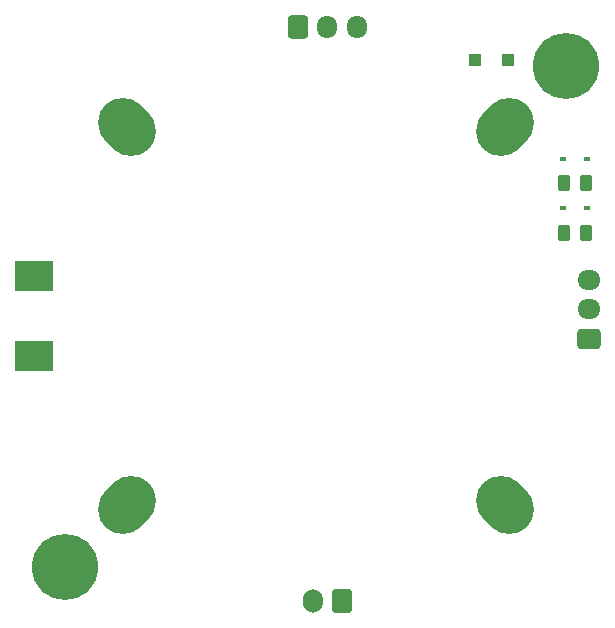
<source format=gbr>
%TF.GenerationSoftware,KiCad,Pcbnew,7.0.8*%
%TF.CreationDate,2023-11-11T22:57:12+01:00*%
%TF.ProjectId,Roborock-CPAP,526f626f-726f-4636-9b2d-435041502e6b,rev?*%
%TF.SameCoordinates,Original*%
%TF.FileFunction,Soldermask,Top*%
%TF.FilePolarity,Negative*%
%FSLAX46Y46*%
G04 Gerber Fmt 4.6, Leading zero omitted, Abs format (unit mm)*
G04 Created by KiCad (PCBNEW 7.0.8) date 2023-11-11 22:57:12*
%MOMM*%
%LPD*%
G01*
G04 APERTURE LIST*
G04 Aperture macros list*
%AMRoundRect*
0 Rectangle with rounded corners*
0 $1 Rounding radius*
0 $2 $3 $4 $5 $6 $7 $8 $9 X,Y pos of 4 corners*
0 Add a 4 corners polygon primitive as box body*
4,1,4,$2,$3,$4,$5,$6,$7,$8,$9,$2,$3,0*
0 Add four circle primitives for the rounded corners*
1,1,$1+$1,$2,$3*
1,1,$1+$1,$4,$5*
1,1,$1+$1,$6,$7*
1,1,$1+$1,$8,$9*
0 Add four rect primitives between the rounded corners*
20,1,$1+$1,$2,$3,$4,$5,0*
20,1,$1+$1,$4,$5,$6,$7,0*
20,1,$1+$1,$6,$7,$8,$9,0*
20,1,$1+$1,$8,$9,$2,$3,0*%
%AMHorizOval*
0 Thick line with rounded ends*
0 $1 width*
0 $2 $3 position (X,Y) of the first rounded end (center of the circle)*
0 $4 $5 position (X,Y) of the second rounded end (center of the circle)*
0 Add line between two ends*
20,1,$1,$2,$3,$4,$5,0*
0 Add two circle primitives to create the rounded ends*
1,1,$1,$2,$3*
1,1,$1,$4,$5*%
G04 Aperture macros list end*
%ADD10R,0.600000X0.450000*%
%ADD11RoundRect,0.250000X0.262500X0.450000X-0.262500X0.450000X-0.262500X-0.450000X0.262500X-0.450000X0*%
%ADD12R,1.100000X1.100000*%
%ADD13C,5.600000*%
%ADD14C,3.600000*%
%ADD15RoundRect,0.250000X0.725000X-0.600000X0.725000X0.600000X-0.725000X0.600000X-0.725000X-0.600000X0*%
%ADD16O,1.950000X1.700000*%
%ADD17RoundRect,0.250000X-0.600000X-0.725000X0.600000X-0.725000X0.600000X0.725000X-0.600000X0.725000X0*%
%ADD18O,1.700000X1.950000*%
%ADD19R,3.300000X2.500000*%
%ADD20HorizOval,4.200000X0.353553X0.353553X-0.353553X-0.353553X0*%
%ADD21RoundRect,0.250000X0.600000X0.750000X-0.600000X0.750000X-0.600000X-0.750000X0.600000X-0.750000X0*%
%ADD22O,1.700000X2.000000*%
%ADD23HorizOval,4.200000X0.353553X-0.353553X-0.353553X0.353553X0*%
%ADD24HorizOval,4.200000X-0.353553X-0.353553X0.353553X0.353553X0*%
G04 APERTURE END LIST*
D10*
%TO.C,ZD2*%
X174950000Y-81700000D03*
X177050000Y-81700000D03*
%TD*%
D11*
%TO.C,R2*%
X176912500Y-88000000D03*
X175087500Y-88000000D03*
%TD*%
D12*
%TO.C,SBD2*%
X170300000Y-73350000D03*
X167500000Y-73350000D03*
%TD*%
D13*
%TO.C,H2*%
X132836798Y-116263203D03*
D14*
X132836798Y-116263203D03*
%TD*%
D15*
%TO.C,J2*%
X177200000Y-96950000D03*
D16*
X177200000Y-94450000D03*
X177200000Y-91950000D03*
%TD*%
D17*
%TO.C,J1*%
X152500000Y-70525000D03*
D18*
X155000000Y-70525000D03*
X157500000Y-70525000D03*
%TD*%
D19*
%TO.C,SBD1*%
X130200000Y-98450000D03*
X130200000Y-91650000D03*
%TD*%
D10*
%TO.C,ZD1*%
X177050000Y-85900000D03*
X174950000Y-85900000D03*
%TD*%
D20*
%TO.C,H12*%
X170050001Y-79050000D03*
%TD*%
D11*
%TO.C,R1*%
X176912500Y-83800000D03*
X175087500Y-83800000D03*
%TD*%
D14*
%TO.C,H1*%
X175263204Y-73836797D03*
D13*
X175263204Y-73836797D03*
%TD*%
D21*
%TO.C,J3*%
X156300000Y-119175000D03*
D22*
X153800000Y-119175000D03*
%TD*%
D23*
%TO.C,H14*%
X170050001Y-111050000D03*
%TD*%
%TO.C,H11*%
X138050001Y-79050000D03*
%TD*%
D24*
%TO.C,H13*%
X138050001Y-111050000D03*
%TD*%
M02*

</source>
